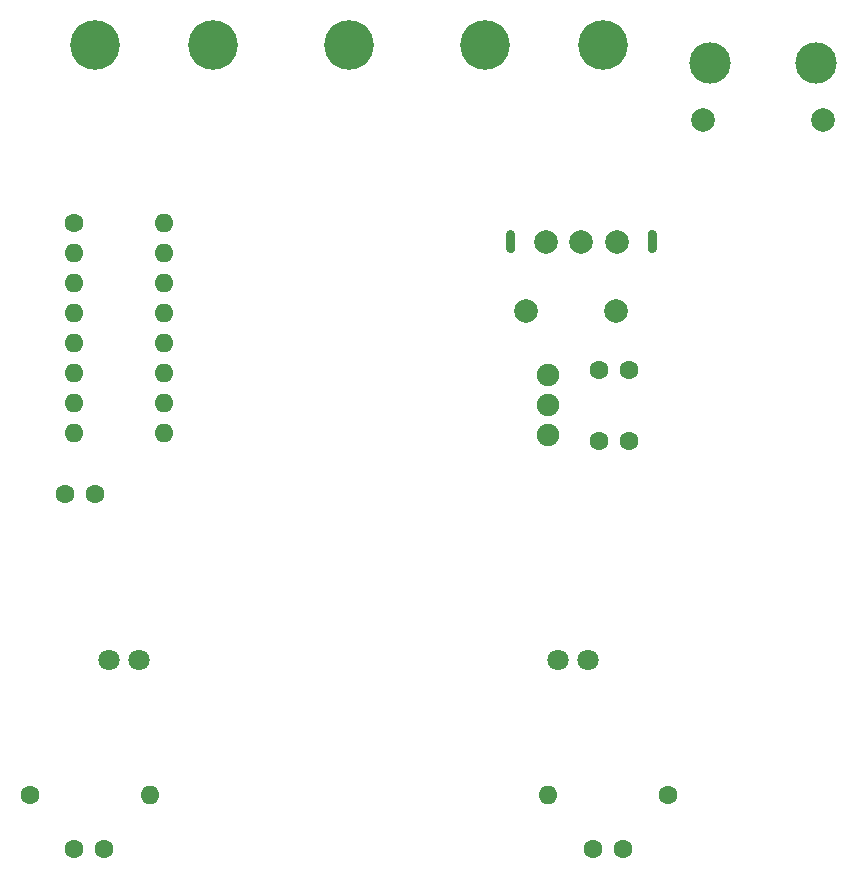
<source format=gbr>
%TF.GenerationSoftware,KiCad,Pcbnew,(5.1.9)-1*%
%TF.CreationDate,2021-03-30T00:22:34-03:00*%
%TF.ProjectId,bitmovel,6269746d-6f76-4656-9c2e-6b696361645f,rev?*%
%TF.SameCoordinates,Original*%
%TF.FileFunction,Soldermask,Top*%
%TF.FilePolarity,Negative*%
%FSLAX46Y46*%
G04 Gerber Fmt 4.6, Leading zero omitted, Abs format (unit mm)*
G04 Created by KiCad (PCBNEW (5.1.9)-1) date 2021-03-30 00:22:34*
%MOMM*%
%LPD*%
G01*
G04 APERTURE LIST*
%ADD10O,1.600000X1.600000*%
%ADD11C,1.600000*%
%ADD12C,1.905000*%
%ADD13C,2.000000*%
%ADD14C,4.200000*%
%ADD15C,3.500000*%
%ADD16C,1.800000*%
G04 APERTURE END LIST*
D10*
%TO.C,U2*%
X134320000Y-65000000D03*
X126700000Y-82780000D03*
X134320000Y-67540000D03*
X126700000Y-80240000D03*
X134320000Y-70080000D03*
X126700000Y-77700000D03*
X134320000Y-72620000D03*
X126700000Y-75160000D03*
X134320000Y-75160000D03*
X126700000Y-72620000D03*
X134320000Y-77700000D03*
X126700000Y-70080000D03*
X134320000Y-80240000D03*
X126700000Y-67540000D03*
X134320000Y-82780000D03*
D11*
X126700000Y-65000000D03*
%TD*%
D12*
%TO.C,U1*%
X166900000Y-77920000D03*
X166900000Y-80460000D03*
X166900000Y-83000000D03*
%TD*%
D13*
%TO.C,SW1*%
X172700000Y-66600000D03*
X169700000Y-66600000D03*
X166700000Y-66600000D03*
G36*
G01*
X176100000Y-66000000D02*
X176100000Y-67200000D01*
G75*
G02*
X175700000Y-67600000I-400000J0D01*
G01*
X175700000Y-67600000D01*
G75*
G02*
X175300000Y-67200000I0J400000D01*
G01*
X175300000Y-66000000D01*
G75*
G02*
X175700000Y-65600000I400000J0D01*
G01*
X175700000Y-65600000D01*
G75*
G02*
X176100000Y-66000000I0J-400000D01*
G01*
G37*
G36*
G01*
X164100000Y-66000000D02*
X164100000Y-67200000D01*
G75*
G02*
X163700000Y-67600000I-400000J0D01*
G01*
X163700000Y-67600000D01*
G75*
G02*
X163300000Y-67200000I0J400000D01*
G01*
X163300000Y-66000000D01*
G75*
G02*
X163700000Y-65600000I400000J0D01*
G01*
X163700000Y-65600000D01*
G75*
G02*
X164100000Y-66000000I0J-400000D01*
G01*
G37*
%TD*%
D10*
%TO.C,R2*%
X133160000Y-113500000D03*
D11*
X123000000Y-113500000D03*
%TD*%
D10*
%TO.C,R1*%
X166840000Y-113500000D03*
D11*
X177000000Y-113500000D03*
%TD*%
D14*
%TO.C,J2*%
X150000000Y-50000000D03*
X161500000Y-50000000D03*
X171500000Y-50000000D03*
X138500000Y-50000000D03*
X128500000Y-50000000D03*
%TD*%
D15*
%TO.C,J1*%
X189580000Y-51500000D03*
X180580000Y-51500000D03*
D13*
X190160000Y-56300000D03*
X180000000Y-56300000D03*
%TD*%
%TO.C,D3*%
X165000000Y-72500000D03*
X172620000Y-72500000D03*
%TD*%
D11*
%TO.C,D2*%
X126710000Y-118000000D03*
X129250000Y-118000000D03*
%TD*%
%TO.C,D1*%
X173240000Y-118000000D03*
X170700000Y-118000000D03*
%TD*%
%TO.C,C3*%
X128500000Y-88000000D03*
X126000000Y-88000000D03*
%TD*%
%TO.C,C2*%
X173700000Y-83500000D03*
X171200000Y-83500000D03*
%TD*%
%TO.C,C1*%
X173700000Y-77500000D03*
X171200000Y-77500000D03*
%TD*%
D16*
%TO.C,REF\u002A\u002A*%
X170270000Y-102000000D03*
X167730000Y-102000000D03*
%TD*%
%TO.C,REF\u002A\u002A*%
X132270000Y-102000000D03*
X129730000Y-102000000D03*
%TD*%
M02*

</source>
